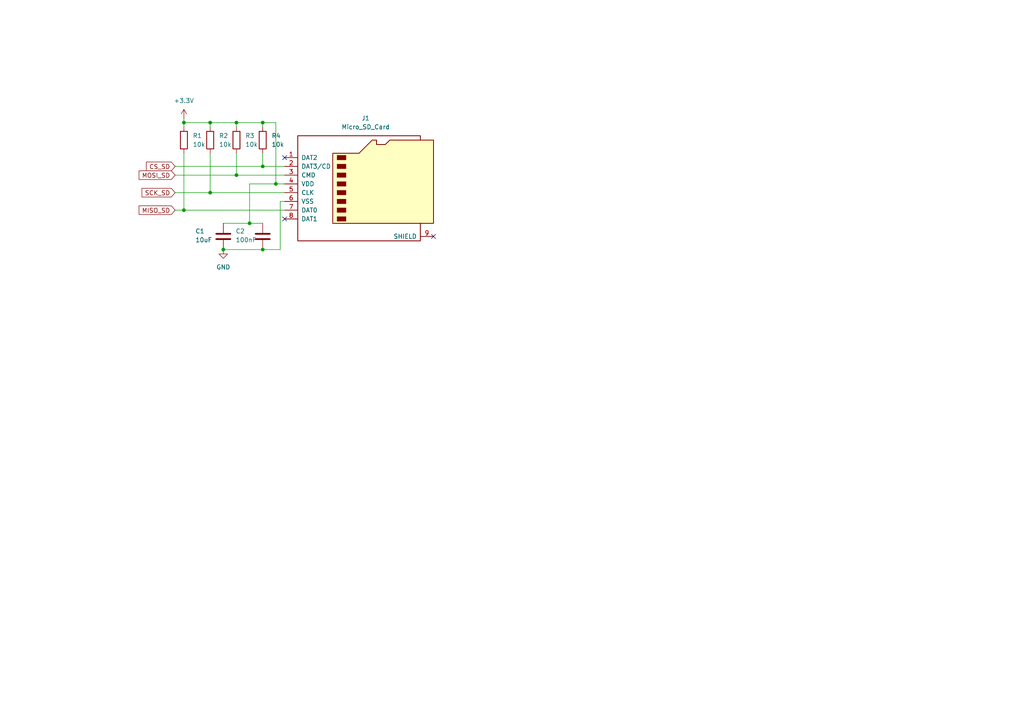
<source format=kicad_sch>
(kicad_sch (version 20231120) (generator "eeschema") (generator_version "8.0")
  (paper "A4")
  (title_block (title "Aviônica Arapaçu") (rev "João Estima") (company "Antares Foguetemodelismo"))
  (lib_symbols
    (symbol "Connector:Micro_SD_Card" (pin_names (offset 1.016))
      (property "Reference" "J" (at -16.51 15.24 0))
      (property "Value" "Micro_SD_Card" (at 16.51 15.24 0))
      (symbol "Micro_SD_Card_0_1"
        (rectangle (start -7.62 -9.525) (end -5.08 -10.795) (fill (type outline)))
        (rectangle (start -7.62 -6.985) (end -5.08 -8.255) (fill (type outline)))
        (rectangle (start -7.62 -4.445) (end -5.08 -5.715) (fill (type outline)))
        (rectangle (start -7.62 -1.905) (end -5.08 -3.175) (fill (type outline)))
        (rectangle (start -7.62 0.635) (end -5.08 -0.635) (fill (type outline)))
        (rectangle (start -7.62 3.175) (end -5.08 1.905) (fill (type outline)))
        (rectangle (start -7.62 5.715) (end -5.08 4.445) (fill (type outline)))
        (rectangle (start -7.62 8.255) (end -5.08 6.985) (fill (type outline)))
        (polyline (pts (xy 16.51 12.7) (xy 16.51 13.97) (xy -19.05 13.97) (xy -19.05 -16.51) (xy 16.51 -16.51) (xy 16.51 -11.43)) (stroke (width 0.254)))
        (polyline (pts (xy -8.89 -11.43) (xy -8.89 8.89) (xy -1.27 8.89) (xy 2.54 12.7) (xy 3.81 12.7) (xy 3.81 11.43) (xy 6.35 11.43) (xy 7.62 12.7) (xy 20.32 12.7) (xy 20.32 -11.43) (xy -8.89 -11.43)) (stroke (width 0.254)) (fill (type background)))
      )
      (symbol "Micro_SD_Card_1_1"
        (pin bidirectional line (at -22.86 7.62 0) (length 3.81) (name "DAT2") (number "1"))
        (pin bidirectional line (at -22.86 5.08 0) (length 3.81) (name "DAT3/CD") (number "2"))
        (pin input line (at -22.86 2.54 0) (length 3.81) (name "CMD") (number "3"))
        (pin power_in line (at -22.86 0 0) (length 3.81) (name "VDD") (number "4"))
        (pin input line (at -22.86 -2.54 0) (length 3.81) (name "CLK") (number "5"))
        (pin power_in line (at -22.86 -5.08 0) (length 3.81) (name "VSS") (number "6"))
        (pin bidirectional line (at -22.86 -7.62 0) (length 3.81) (name "DAT0") (number "7"))
        (pin bidirectional line (at -22.86 -10.16 0) (length 3.81) (name "DAT1") (number "8"))
        (pin passive line (at 20.32 -15.24 180) (length 3.81) (name "SHIELD") (number "9"))
      )
    )
    (symbol "Device:C" (pin_numbers hide) (pin_names (offset 0.254))
      (property "Reference" "C" (at 0.635 2.54 0))
      (property "Value" "C" (at 0.635 -2.54 0))
      (symbol "C_0_1"
        (polyline (pts (xy -2.032 -0.762) (xy 2.032 -0.762)) (stroke (width 0.508)))
        (polyline (pts (xy -2.032 0.762) (xy 2.032 0.762)) (stroke (width 0.508)))
      )
      (symbol "C_1_1"
        (pin passive line (at 0 3.81 270) (length 2.794) (name "~") (number "1"))
        (pin passive line (at 0 -3.81 90) (length 2.794) (name "~") (number "2"))
      )
    )
    (symbol "Device:R" (pin_numbers hide) (pin_names (offset 0))
      (property "Reference" "R" (at 2.032 0 90))
      (property "Value" "R" (at 0 0 90))
      (symbol "R_0_1"
        (rectangle (start -1.016 -2.54) (end 1.016 2.54) (stroke (width 0.254)))
      )
      (symbol "R_1_1"
        (pin passive line (at 0 3.81 270) (length 1.27) (name "~") (number "1"))
        (pin passive line (at 0 -3.81 90) (length 1.27) (name "~") (number "2"))
      )
    )
    (symbol "power:+3.3V" (power) (pin_numbers hide) (pin_names (offset 0) hide)
      (property "Value" "+3.3V" (at 0 3.556 0))
      (symbol "+3.3V_0_1"
        (polyline (pts (xy -0.762 1.27) (xy 0 2.54)))
        (polyline (pts (xy 0 0) (xy 0 2.54)))
        (polyline (pts (xy 0 2.54) (xy 0.762 1.27)))
      )
      (symbol "+3.3V_1_1"
        (pin power_in line (at 0 0 90) (length 0) (name "~") (number "1"))
      )
    )
    (symbol "power:GND" (power) (pin_numbers hide) (pin_names (offset 0) hide)
      (property "Value" "GND" (at 0 -3.81 0))
      (symbol "GND_0_1"
        (polyline (pts (xy 0 0) (xy 0 -1.27) (xy 1.27 -1.27) (xy 0 -2.54) (xy -1.27 -1.27) (xy 0 -1.27)))
      )
      (symbol "GND_1_1"
        (pin power_in line (at 0 0 270) (length 0) (name "~") (number "1"))
      )
    )
  )
  (junction (at 72.39 64.77))
  (junction (at 53.34 35.56))
  (junction (at 60.96 35.56))
  (junction (at 53.34 60.96))
  (junction (at 76.2 35.56))
  (junction (at 68.58 35.56))
  (junction (at 80.01 53.34))
  (junction (at 68.58 50.8))
  (junction (at 64.77 72.39))
  (junction (at 76.2 72.39))
  (junction (at 76.2 48.26))
  (junction (at 60.96 55.88))
  (no_connect (at 82.55 45.72))
  (no_connect (at 125.73 68.58))
  (no_connect (at 82.55 63.5))
  (wire (pts (xy 68.58 44.45) (xy 68.58 50.8)))
  (wire (pts (xy 81.28 58.42) (xy 81.28 72.39)))
  (wire (pts (xy 60.96 35.56) (xy 53.34 35.56)))
  (wire (pts (xy 80.01 35.56) (xy 76.2 35.56)))
  (wire (pts (xy 60.96 55.88) (xy 82.55 55.88)))
  (wire (pts (xy 72.39 53.34) (xy 80.01 53.34)))
  (wire (pts (xy 53.34 34.29) (xy 53.34 35.56)))
  (wire (pts (xy 50.8 60.96) (xy 53.34 60.96)))
  (wire (pts (xy 60.96 35.56) (xy 60.96 36.83)))
  (wire (pts (xy 50.8 48.26) (xy 76.2 48.26)))
  (wire (pts (xy 76.2 48.26) (xy 82.55 48.26)))
  (wire (pts (xy 76.2 44.45) (xy 76.2 48.26)))
  (wire (pts (xy 76.2 72.39) (xy 81.28 72.39)))
  (wire (pts (xy 53.34 35.56) (xy 53.34 36.83)))
  (wire (pts (xy 68.58 35.56) (xy 60.96 35.56)))
  (wire (pts (xy 64.77 64.77) (xy 72.39 64.77)))
  (wire (pts (xy 50.8 55.88) (xy 60.96 55.88)))
  (wire (pts (xy 68.58 50.8) (xy 82.55 50.8)))
  (wire (pts (xy 53.34 44.45) (xy 53.34 60.96)))
  (wire (pts (xy 50.8 50.8) (xy 68.58 50.8)))
  (wire (pts (xy 76.2 35.56) (xy 68.58 35.56)))
  (wire (pts (xy 80.01 35.56) (xy 80.01 53.34)))
  (wire (pts (xy 64.77 72.39) (xy 76.2 72.39)))
  (wire (pts (xy 60.96 44.45) (xy 60.96 55.88)))
  (wire (pts (xy 82.55 53.34) (xy 80.01 53.34)))
  (wire (pts (xy 82.55 58.42) (xy 81.28 58.42)))
  (wire (pts (xy 72.39 53.34) (xy 72.39 64.77)))
  (wire (pts (xy 72.39 64.77) (xy 76.2 64.77)))
  (wire (pts (xy 53.34 60.96) (xy 82.55 60.96)))
  (wire (pts (xy 76.2 35.56) (xy 76.2 36.83)))
  (wire (pts (xy 68.58 35.56) (xy 68.58 36.83)))
  (global_label "SCK_SD" (shape input) (at 50.8 55.88 180) (property "Intersheetrefs" "${INTERSHEET_REFS}" (effects (hide yes))))
  (global_label "MISO_SD" (shape input) (at 50.8 60.96 180) (property "Intersheetrefs" "${INTERSHEET_REFS}" (effects (hide yes))))
  (global_label "CS_SD" (shape input) (at 50.8 48.26 180) (property "Intersheetrefs" "${INTERSHEET_REFS}" (effects (hide yes))))
  (global_label "MOSI_SD" (shape input) (at 50.8 50.8 180) (property "Intersheetrefs" "${INTERSHEET_REFS}" (effects (hide yes))))
  (symbol (lib_id "Device:C") (at 76.2 68.58 0) (unit 1)
    (property "Reference" "C2" (at 68.326 67.056 0) (effects (justify left)))
    (property "Value" "100nF" (at 68.326 69.596 0) (effects (justify left)))
    (property "Footprint" "Capacitor_SMD:C_1206_3216Metric" (effects (hide yes)))
    (property "Description" "Unpolarized capacitor" (effects (hide yes)))
  )
  (symbol (lib_id "power:+3.3V") (at 53.34 34.29 0) (unit 1)
    (property "Reference" "#PWR01" (effects (hide yes)))
    (property "Value" "+3.3V" (at 53.34 29.21 0))
    (property "Description" "Power symbol creates a global label with name \"+3.3V\"" (effects (hide yes)))
  )
  (symbol (lib_id "Device:R") (at 60.96 40.64 180) (unit 1)
    (property "Reference" "R2" (at 63.5 39.3699 0) (effects (justify right)))
    (property "Value" "10k" (at 63.5 41.9099 0) (effects (justify right)))
    (property "Footprint" "Resistor_SMD:R_1206_3216Metric" (effects (hide yes)))
    (property "Description" "Resistor" (effects (hide yes)))
  )
  (symbol (lib_id "power:GND") (at 64.77 72.39 0) (unit 1)
    (property "Reference" "#PWR02" (effects (hide yes)))
    (property "Value" "GND" (at 64.77 77.47 0))
    (property "Description" "Power symbol creates a global label with name \"GND\" , ground" (effects (hide yes)))
  )
  (symbol (lib_id "Connector:Micro_SD_Card") (at 105.41 53.34 0) (unit 1)
    (property "Reference" "J1" (at 106.045 34.29 0))
    (property "Value" "Micro_SD_Card" (at 106.045 36.83 0))
    (property "Footprint" "Connector_Card:microSD_HC_Molex_47219-2001" (effects (hide yes)))
    (property "Datasheet" "http://katalog.we-online.de/em/datasheet/693072010801.pdf" (effects (hide yes)))
    (property "Description" "Micro SD Card Socket" (effects (hide yes)))
  )
  (symbol (lib_id "Device:C") (at 64.77 68.58 0) (unit 1)
    (property "Reference" "C1" (at 56.642 67.056 0) (effects (justify left)))
    (property "Value" "10uF" (at 56.642 69.596 0) (effects (justify left)))
    (property "Footprint" "Capacitor_SMD:C_1206_3216Metric" (effects (hide yes)))
    (property "Description" "Unpolarized capacitor" (effects (hide yes)))
  )
  (symbol (lib_id "Device:R") (at 68.58 40.64 0) (unit 1)
    (property "Reference" "R3" (at 71.12 39.3699 0) (effects (justify left)))
    (property "Value" "10k" (at 71.12 41.9099 0) (effects (justify left)))
    (property "Footprint" "Resistor_SMD:R_1206_3216Metric" (effects (hide yes)))
    (property "Description" "Resistor" (effects (hide yes)))
  )
  (symbol (lib_id "Device:R") (at 76.2 40.64 180) (unit 1)
    (property "Reference" "R4" (at 78.74 39.3699 0) (effects (justify right)))
    (property "Value" "10k" (at 78.74 41.9099 0) (effects (justify right)))
    (property "Footprint" "Resistor_SMD:R_1206_3216Metric" (effects (hide yes)))
    (property "Description" "Resistor" (effects (hide yes)))
  )
  (symbol (lib_id "Device:R") (at 53.34 40.64 0) (unit 1)
    (property "Reference" "R1" (at 55.88 39.3699 0) (effects (justify left)))
    (property "Value" "10k" (at 55.88 41.9099 0) (effects (justify left)))
    (property "Footprint" "Resistor_SMD:R_1206_3216Metric" (effects (hide yes)))
    (property "Description" "Resistor" (effects (hide yes)))
  )
)
</source>
